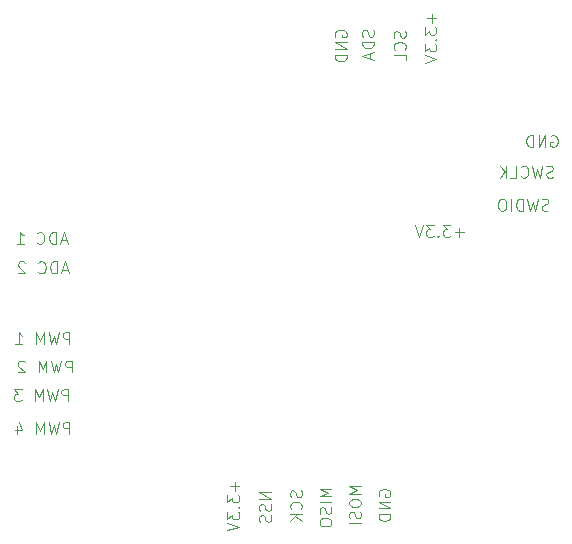
<source format=gbr>
%TF.GenerationSoftware,KiCad,Pcbnew,9.0.4-9.0.4-0~ubuntu22.04.1*%
%TF.CreationDate,2025-09-25T00:01:49-07:00*%
%TF.ProjectId,Tiny_Thinker,54696e79-5f54-4686-996e-6b65722e6b69,rev?*%
%TF.SameCoordinates,Original*%
%TF.FileFunction,Legend,Bot*%
%TF.FilePolarity,Positive*%
%FSLAX46Y46*%
G04 Gerber Fmt 4.6, Leading zero omitted, Abs format (unit mm)*
G04 Created by KiCad (PCBNEW 9.0.4-9.0.4-0~ubuntu22.04.1) date 2025-09-25 00:01:49*
%MOMM*%
%LPD*%
G01*
G04 APERTURE LIST*
%ADD10C,0.100000*%
G04 APERTURE END LIST*
D10*
X113020038Y-99627693D02*
X112972419Y-99532455D01*
X112972419Y-99532455D02*
X112972419Y-99389598D01*
X112972419Y-99389598D02*
X113020038Y-99246741D01*
X113020038Y-99246741D02*
X113115276Y-99151503D01*
X113115276Y-99151503D02*
X113210514Y-99103884D01*
X113210514Y-99103884D02*
X113400990Y-99056265D01*
X113400990Y-99056265D02*
X113543847Y-99056265D01*
X113543847Y-99056265D02*
X113734323Y-99103884D01*
X113734323Y-99103884D02*
X113829561Y-99151503D01*
X113829561Y-99151503D02*
X113924800Y-99246741D01*
X113924800Y-99246741D02*
X113972419Y-99389598D01*
X113972419Y-99389598D02*
X113972419Y-99484836D01*
X113972419Y-99484836D02*
X113924800Y-99627693D01*
X113924800Y-99627693D02*
X113877180Y-99675312D01*
X113877180Y-99675312D02*
X113543847Y-99675312D01*
X113543847Y-99675312D02*
X113543847Y-99484836D01*
X113972419Y-100103884D02*
X112972419Y-100103884D01*
X112972419Y-100103884D02*
X113972419Y-100675312D01*
X113972419Y-100675312D02*
X112972419Y-100675312D01*
X113972419Y-101151503D02*
X112972419Y-101151503D01*
X112972419Y-101151503D02*
X112972419Y-101389598D01*
X112972419Y-101389598D02*
X113020038Y-101532455D01*
X113020038Y-101532455D02*
X113115276Y-101627693D01*
X113115276Y-101627693D02*
X113210514Y-101675312D01*
X113210514Y-101675312D02*
X113400990Y-101722931D01*
X113400990Y-101722931D02*
X113543847Y-101722931D01*
X113543847Y-101722931D02*
X113734323Y-101675312D01*
X113734323Y-101675312D02*
X113829561Y-101627693D01*
X113829561Y-101627693D02*
X113924800Y-101532455D01*
X113924800Y-101532455D02*
X113972419Y-101389598D01*
X113972419Y-101389598D02*
X113972419Y-101151503D01*
X111472419Y-98803884D02*
X110472419Y-98803884D01*
X110472419Y-98803884D02*
X111186704Y-99137217D01*
X111186704Y-99137217D02*
X110472419Y-99470550D01*
X110472419Y-99470550D02*
X111472419Y-99470550D01*
X110472419Y-100137217D02*
X110472419Y-100327693D01*
X110472419Y-100327693D02*
X110520038Y-100422931D01*
X110520038Y-100422931D02*
X110615276Y-100518169D01*
X110615276Y-100518169D02*
X110805752Y-100565788D01*
X110805752Y-100565788D02*
X111139085Y-100565788D01*
X111139085Y-100565788D02*
X111329561Y-100518169D01*
X111329561Y-100518169D02*
X111424800Y-100422931D01*
X111424800Y-100422931D02*
X111472419Y-100327693D01*
X111472419Y-100327693D02*
X111472419Y-100137217D01*
X111472419Y-100137217D02*
X111424800Y-100041979D01*
X111424800Y-100041979D02*
X111329561Y-99946741D01*
X111329561Y-99946741D02*
X111139085Y-99899122D01*
X111139085Y-99899122D02*
X110805752Y-99899122D01*
X110805752Y-99899122D02*
X110615276Y-99946741D01*
X110615276Y-99946741D02*
X110520038Y-100041979D01*
X110520038Y-100041979D02*
X110472419Y-100137217D01*
X111424800Y-100946741D02*
X111472419Y-101089598D01*
X111472419Y-101089598D02*
X111472419Y-101327693D01*
X111472419Y-101327693D02*
X111424800Y-101422931D01*
X111424800Y-101422931D02*
X111377180Y-101470550D01*
X111377180Y-101470550D02*
X111281942Y-101518169D01*
X111281942Y-101518169D02*
X111186704Y-101518169D01*
X111186704Y-101518169D02*
X111091466Y-101470550D01*
X111091466Y-101470550D02*
X111043847Y-101422931D01*
X111043847Y-101422931D02*
X110996228Y-101327693D01*
X110996228Y-101327693D02*
X110948609Y-101137217D01*
X110948609Y-101137217D02*
X110900990Y-101041979D01*
X110900990Y-101041979D02*
X110853371Y-100994360D01*
X110853371Y-100994360D02*
X110758133Y-100946741D01*
X110758133Y-100946741D02*
X110662895Y-100946741D01*
X110662895Y-100946741D02*
X110567657Y-100994360D01*
X110567657Y-100994360D02*
X110520038Y-101041979D01*
X110520038Y-101041979D02*
X110472419Y-101137217D01*
X110472419Y-101137217D02*
X110472419Y-101375312D01*
X110472419Y-101375312D02*
X110520038Y-101518169D01*
X111472419Y-101946741D02*
X110472419Y-101946741D01*
X108972419Y-99003884D02*
X107972419Y-99003884D01*
X107972419Y-99003884D02*
X108686704Y-99337217D01*
X108686704Y-99337217D02*
X107972419Y-99670550D01*
X107972419Y-99670550D02*
X108972419Y-99670550D01*
X108972419Y-100146741D02*
X107972419Y-100146741D01*
X108924800Y-100575312D02*
X108972419Y-100718169D01*
X108972419Y-100718169D02*
X108972419Y-100956264D01*
X108972419Y-100956264D02*
X108924800Y-101051502D01*
X108924800Y-101051502D02*
X108877180Y-101099121D01*
X108877180Y-101099121D02*
X108781942Y-101146740D01*
X108781942Y-101146740D02*
X108686704Y-101146740D01*
X108686704Y-101146740D02*
X108591466Y-101099121D01*
X108591466Y-101099121D02*
X108543847Y-101051502D01*
X108543847Y-101051502D02*
X108496228Y-100956264D01*
X108496228Y-100956264D02*
X108448609Y-100765788D01*
X108448609Y-100765788D02*
X108400990Y-100670550D01*
X108400990Y-100670550D02*
X108353371Y-100622931D01*
X108353371Y-100622931D02*
X108258133Y-100575312D01*
X108258133Y-100575312D02*
X108162895Y-100575312D01*
X108162895Y-100575312D02*
X108067657Y-100622931D01*
X108067657Y-100622931D02*
X108020038Y-100670550D01*
X108020038Y-100670550D02*
X107972419Y-100765788D01*
X107972419Y-100765788D02*
X107972419Y-101003883D01*
X107972419Y-101003883D02*
X108020038Y-101146740D01*
X107972419Y-101765788D02*
X107972419Y-101956264D01*
X107972419Y-101956264D02*
X108020038Y-102051502D01*
X108020038Y-102051502D02*
X108115276Y-102146740D01*
X108115276Y-102146740D02*
X108305752Y-102194359D01*
X108305752Y-102194359D02*
X108639085Y-102194359D01*
X108639085Y-102194359D02*
X108829561Y-102146740D01*
X108829561Y-102146740D02*
X108924800Y-102051502D01*
X108924800Y-102051502D02*
X108972419Y-101956264D01*
X108972419Y-101956264D02*
X108972419Y-101765788D01*
X108972419Y-101765788D02*
X108924800Y-101670550D01*
X108924800Y-101670550D02*
X108829561Y-101575312D01*
X108829561Y-101575312D02*
X108639085Y-101527693D01*
X108639085Y-101527693D02*
X108305752Y-101527693D01*
X108305752Y-101527693D02*
X108115276Y-101575312D01*
X108115276Y-101575312D02*
X108020038Y-101670550D01*
X108020038Y-101670550D02*
X107972419Y-101765788D01*
X106424800Y-99156265D02*
X106472419Y-99299122D01*
X106472419Y-99299122D02*
X106472419Y-99537217D01*
X106472419Y-99537217D02*
X106424800Y-99632455D01*
X106424800Y-99632455D02*
X106377180Y-99680074D01*
X106377180Y-99680074D02*
X106281942Y-99727693D01*
X106281942Y-99727693D02*
X106186704Y-99727693D01*
X106186704Y-99727693D02*
X106091466Y-99680074D01*
X106091466Y-99680074D02*
X106043847Y-99632455D01*
X106043847Y-99632455D02*
X105996228Y-99537217D01*
X105996228Y-99537217D02*
X105948609Y-99346741D01*
X105948609Y-99346741D02*
X105900990Y-99251503D01*
X105900990Y-99251503D02*
X105853371Y-99203884D01*
X105853371Y-99203884D02*
X105758133Y-99156265D01*
X105758133Y-99156265D02*
X105662895Y-99156265D01*
X105662895Y-99156265D02*
X105567657Y-99203884D01*
X105567657Y-99203884D02*
X105520038Y-99251503D01*
X105520038Y-99251503D02*
X105472419Y-99346741D01*
X105472419Y-99346741D02*
X105472419Y-99584836D01*
X105472419Y-99584836D02*
X105520038Y-99727693D01*
X106377180Y-100727693D02*
X106424800Y-100680074D01*
X106424800Y-100680074D02*
X106472419Y-100537217D01*
X106472419Y-100537217D02*
X106472419Y-100441979D01*
X106472419Y-100441979D02*
X106424800Y-100299122D01*
X106424800Y-100299122D02*
X106329561Y-100203884D01*
X106329561Y-100203884D02*
X106234323Y-100156265D01*
X106234323Y-100156265D02*
X106043847Y-100108646D01*
X106043847Y-100108646D02*
X105900990Y-100108646D01*
X105900990Y-100108646D02*
X105710514Y-100156265D01*
X105710514Y-100156265D02*
X105615276Y-100203884D01*
X105615276Y-100203884D02*
X105520038Y-100299122D01*
X105520038Y-100299122D02*
X105472419Y-100441979D01*
X105472419Y-100441979D02*
X105472419Y-100537217D01*
X105472419Y-100537217D02*
X105520038Y-100680074D01*
X105520038Y-100680074D02*
X105567657Y-100727693D01*
X106472419Y-101156265D02*
X105472419Y-101156265D01*
X106472419Y-101727693D02*
X105900990Y-101299122D01*
X105472419Y-101727693D02*
X106043847Y-101156265D01*
X103872419Y-99303884D02*
X102872419Y-99303884D01*
X102872419Y-99303884D02*
X103872419Y-99875312D01*
X103872419Y-99875312D02*
X102872419Y-99875312D01*
X103824800Y-100303884D02*
X103872419Y-100446741D01*
X103872419Y-100446741D02*
X103872419Y-100684836D01*
X103872419Y-100684836D02*
X103824800Y-100780074D01*
X103824800Y-100780074D02*
X103777180Y-100827693D01*
X103777180Y-100827693D02*
X103681942Y-100875312D01*
X103681942Y-100875312D02*
X103586704Y-100875312D01*
X103586704Y-100875312D02*
X103491466Y-100827693D01*
X103491466Y-100827693D02*
X103443847Y-100780074D01*
X103443847Y-100780074D02*
X103396228Y-100684836D01*
X103396228Y-100684836D02*
X103348609Y-100494360D01*
X103348609Y-100494360D02*
X103300990Y-100399122D01*
X103300990Y-100399122D02*
X103253371Y-100351503D01*
X103253371Y-100351503D02*
X103158133Y-100303884D01*
X103158133Y-100303884D02*
X103062895Y-100303884D01*
X103062895Y-100303884D02*
X102967657Y-100351503D01*
X102967657Y-100351503D02*
X102920038Y-100399122D01*
X102920038Y-100399122D02*
X102872419Y-100494360D01*
X102872419Y-100494360D02*
X102872419Y-100732455D01*
X102872419Y-100732455D02*
X102920038Y-100875312D01*
X103824800Y-101256265D02*
X103872419Y-101399122D01*
X103872419Y-101399122D02*
X103872419Y-101637217D01*
X103872419Y-101637217D02*
X103824800Y-101732455D01*
X103824800Y-101732455D02*
X103777180Y-101780074D01*
X103777180Y-101780074D02*
X103681942Y-101827693D01*
X103681942Y-101827693D02*
X103586704Y-101827693D01*
X103586704Y-101827693D02*
X103491466Y-101780074D01*
X103491466Y-101780074D02*
X103443847Y-101732455D01*
X103443847Y-101732455D02*
X103396228Y-101637217D01*
X103396228Y-101637217D02*
X103348609Y-101446741D01*
X103348609Y-101446741D02*
X103300990Y-101351503D01*
X103300990Y-101351503D02*
X103253371Y-101303884D01*
X103253371Y-101303884D02*
X103158133Y-101256265D01*
X103158133Y-101256265D02*
X103062895Y-101256265D01*
X103062895Y-101256265D02*
X102967657Y-101303884D01*
X102967657Y-101303884D02*
X102920038Y-101351503D01*
X102920038Y-101351503D02*
X102872419Y-101446741D01*
X102872419Y-101446741D02*
X102872419Y-101684836D01*
X102872419Y-101684836D02*
X102920038Y-101827693D01*
X100791466Y-98403884D02*
X100791466Y-99165789D01*
X101172419Y-98784836D02*
X100410514Y-98784836D01*
X100172419Y-99546741D02*
X100172419Y-100165788D01*
X100172419Y-100165788D02*
X100553371Y-99832455D01*
X100553371Y-99832455D02*
X100553371Y-99975312D01*
X100553371Y-99975312D02*
X100600990Y-100070550D01*
X100600990Y-100070550D02*
X100648609Y-100118169D01*
X100648609Y-100118169D02*
X100743847Y-100165788D01*
X100743847Y-100165788D02*
X100981942Y-100165788D01*
X100981942Y-100165788D02*
X101077180Y-100118169D01*
X101077180Y-100118169D02*
X101124800Y-100070550D01*
X101124800Y-100070550D02*
X101172419Y-99975312D01*
X101172419Y-99975312D02*
X101172419Y-99689598D01*
X101172419Y-99689598D02*
X101124800Y-99594360D01*
X101124800Y-99594360D02*
X101077180Y-99546741D01*
X101077180Y-100594360D02*
X101124800Y-100641979D01*
X101124800Y-100641979D02*
X101172419Y-100594360D01*
X101172419Y-100594360D02*
X101124800Y-100546741D01*
X101124800Y-100546741D02*
X101077180Y-100594360D01*
X101077180Y-100594360D02*
X101172419Y-100594360D01*
X100172419Y-100975312D02*
X100172419Y-101594359D01*
X100172419Y-101594359D02*
X100553371Y-101261026D01*
X100553371Y-101261026D02*
X100553371Y-101403883D01*
X100553371Y-101403883D02*
X100600990Y-101499121D01*
X100600990Y-101499121D02*
X100648609Y-101546740D01*
X100648609Y-101546740D02*
X100743847Y-101594359D01*
X100743847Y-101594359D02*
X100981942Y-101594359D01*
X100981942Y-101594359D02*
X101077180Y-101546740D01*
X101077180Y-101546740D02*
X101124800Y-101499121D01*
X101124800Y-101499121D02*
X101172419Y-101403883D01*
X101172419Y-101403883D02*
X101172419Y-101118169D01*
X101172419Y-101118169D02*
X101124800Y-101022931D01*
X101124800Y-101022931D02*
X101077180Y-100975312D01*
X100172419Y-101880074D02*
X101172419Y-102213407D01*
X101172419Y-102213407D02*
X100172419Y-102546740D01*
X86796115Y-94372419D02*
X86796115Y-93372419D01*
X86796115Y-93372419D02*
X86415163Y-93372419D01*
X86415163Y-93372419D02*
X86319925Y-93420038D01*
X86319925Y-93420038D02*
X86272306Y-93467657D01*
X86272306Y-93467657D02*
X86224687Y-93562895D01*
X86224687Y-93562895D02*
X86224687Y-93705752D01*
X86224687Y-93705752D02*
X86272306Y-93800990D01*
X86272306Y-93800990D02*
X86319925Y-93848609D01*
X86319925Y-93848609D02*
X86415163Y-93896228D01*
X86415163Y-93896228D02*
X86796115Y-93896228D01*
X85891353Y-93372419D02*
X85653258Y-94372419D01*
X85653258Y-94372419D02*
X85462782Y-93658133D01*
X85462782Y-93658133D02*
X85272306Y-94372419D01*
X85272306Y-94372419D02*
X85034211Y-93372419D01*
X84653258Y-94372419D02*
X84653258Y-93372419D01*
X84653258Y-93372419D02*
X84319925Y-94086704D01*
X84319925Y-94086704D02*
X83986592Y-93372419D01*
X83986592Y-93372419D02*
X83986592Y-94372419D01*
X82319925Y-93705752D02*
X82319925Y-94372419D01*
X82558020Y-93324800D02*
X82796115Y-94039085D01*
X82796115Y-94039085D02*
X82177068Y-94039085D01*
X86696115Y-91572419D02*
X86696115Y-90572419D01*
X86696115Y-90572419D02*
X86315163Y-90572419D01*
X86315163Y-90572419D02*
X86219925Y-90620038D01*
X86219925Y-90620038D02*
X86172306Y-90667657D01*
X86172306Y-90667657D02*
X86124687Y-90762895D01*
X86124687Y-90762895D02*
X86124687Y-90905752D01*
X86124687Y-90905752D02*
X86172306Y-91000990D01*
X86172306Y-91000990D02*
X86219925Y-91048609D01*
X86219925Y-91048609D02*
X86315163Y-91096228D01*
X86315163Y-91096228D02*
X86696115Y-91096228D01*
X85791353Y-90572419D02*
X85553258Y-91572419D01*
X85553258Y-91572419D02*
X85362782Y-90858133D01*
X85362782Y-90858133D02*
X85172306Y-91572419D01*
X85172306Y-91572419D02*
X84934211Y-90572419D01*
X84553258Y-91572419D02*
X84553258Y-90572419D01*
X84553258Y-90572419D02*
X84219925Y-91286704D01*
X84219925Y-91286704D02*
X83886592Y-90572419D01*
X83886592Y-90572419D02*
X83886592Y-91572419D01*
X82743734Y-90572419D02*
X82124687Y-90572419D01*
X82124687Y-90572419D02*
X82458020Y-90953371D01*
X82458020Y-90953371D02*
X82315163Y-90953371D01*
X82315163Y-90953371D02*
X82219925Y-91000990D01*
X82219925Y-91000990D02*
X82172306Y-91048609D01*
X82172306Y-91048609D02*
X82124687Y-91143847D01*
X82124687Y-91143847D02*
X82124687Y-91381942D01*
X82124687Y-91381942D02*
X82172306Y-91477180D01*
X82172306Y-91477180D02*
X82219925Y-91524800D01*
X82219925Y-91524800D02*
X82315163Y-91572419D01*
X82315163Y-91572419D02*
X82600877Y-91572419D01*
X82600877Y-91572419D02*
X82696115Y-91524800D01*
X82696115Y-91524800D02*
X82743734Y-91477180D01*
X86996115Y-89172419D02*
X86996115Y-88172419D01*
X86996115Y-88172419D02*
X86615163Y-88172419D01*
X86615163Y-88172419D02*
X86519925Y-88220038D01*
X86519925Y-88220038D02*
X86472306Y-88267657D01*
X86472306Y-88267657D02*
X86424687Y-88362895D01*
X86424687Y-88362895D02*
X86424687Y-88505752D01*
X86424687Y-88505752D02*
X86472306Y-88600990D01*
X86472306Y-88600990D02*
X86519925Y-88648609D01*
X86519925Y-88648609D02*
X86615163Y-88696228D01*
X86615163Y-88696228D02*
X86996115Y-88696228D01*
X86091353Y-88172419D02*
X85853258Y-89172419D01*
X85853258Y-89172419D02*
X85662782Y-88458133D01*
X85662782Y-88458133D02*
X85472306Y-89172419D01*
X85472306Y-89172419D02*
X85234211Y-88172419D01*
X84853258Y-89172419D02*
X84853258Y-88172419D01*
X84853258Y-88172419D02*
X84519925Y-88886704D01*
X84519925Y-88886704D02*
X84186592Y-88172419D01*
X84186592Y-88172419D02*
X84186592Y-89172419D01*
X82996115Y-88267657D02*
X82948496Y-88220038D01*
X82948496Y-88220038D02*
X82853258Y-88172419D01*
X82853258Y-88172419D02*
X82615163Y-88172419D01*
X82615163Y-88172419D02*
X82519925Y-88220038D01*
X82519925Y-88220038D02*
X82472306Y-88267657D01*
X82472306Y-88267657D02*
X82424687Y-88362895D01*
X82424687Y-88362895D02*
X82424687Y-88458133D01*
X82424687Y-88458133D02*
X82472306Y-88600990D01*
X82472306Y-88600990D02*
X83043734Y-89172419D01*
X83043734Y-89172419D02*
X82424687Y-89172419D01*
X86796115Y-86772419D02*
X86796115Y-85772419D01*
X86796115Y-85772419D02*
X86415163Y-85772419D01*
X86415163Y-85772419D02*
X86319925Y-85820038D01*
X86319925Y-85820038D02*
X86272306Y-85867657D01*
X86272306Y-85867657D02*
X86224687Y-85962895D01*
X86224687Y-85962895D02*
X86224687Y-86105752D01*
X86224687Y-86105752D02*
X86272306Y-86200990D01*
X86272306Y-86200990D02*
X86319925Y-86248609D01*
X86319925Y-86248609D02*
X86415163Y-86296228D01*
X86415163Y-86296228D02*
X86796115Y-86296228D01*
X85891353Y-85772419D02*
X85653258Y-86772419D01*
X85653258Y-86772419D02*
X85462782Y-86058133D01*
X85462782Y-86058133D02*
X85272306Y-86772419D01*
X85272306Y-86772419D02*
X85034211Y-85772419D01*
X84653258Y-86772419D02*
X84653258Y-85772419D01*
X84653258Y-85772419D02*
X84319925Y-86486704D01*
X84319925Y-86486704D02*
X83986592Y-85772419D01*
X83986592Y-85772419D02*
X83986592Y-86772419D01*
X82224687Y-86772419D02*
X82796115Y-86772419D01*
X82510401Y-86772419D02*
X82510401Y-85772419D01*
X82510401Y-85772419D02*
X82605639Y-85915276D01*
X82605639Y-85915276D02*
X82700877Y-86010514D01*
X82700877Y-86010514D02*
X82796115Y-86058133D01*
X86643734Y-80486704D02*
X86167544Y-80486704D01*
X86738972Y-80772419D02*
X86405639Y-79772419D01*
X86405639Y-79772419D02*
X86072306Y-80772419D01*
X85738972Y-80772419D02*
X85738972Y-79772419D01*
X85738972Y-79772419D02*
X85500877Y-79772419D01*
X85500877Y-79772419D02*
X85358020Y-79820038D01*
X85358020Y-79820038D02*
X85262782Y-79915276D01*
X85262782Y-79915276D02*
X85215163Y-80010514D01*
X85215163Y-80010514D02*
X85167544Y-80200990D01*
X85167544Y-80200990D02*
X85167544Y-80343847D01*
X85167544Y-80343847D02*
X85215163Y-80534323D01*
X85215163Y-80534323D02*
X85262782Y-80629561D01*
X85262782Y-80629561D02*
X85358020Y-80724800D01*
X85358020Y-80724800D02*
X85500877Y-80772419D01*
X85500877Y-80772419D02*
X85738972Y-80772419D01*
X84167544Y-80677180D02*
X84215163Y-80724800D01*
X84215163Y-80724800D02*
X84358020Y-80772419D01*
X84358020Y-80772419D02*
X84453258Y-80772419D01*
X84453258Y-80772419D02*
X84596115Y-80724800D01*
X84596115Y-80724800D02*
X84691353Y-80629561D01*
X84691353Y-80629561D02*
X84738972Y-80534323D01*
X84738972Y-80534323D02*
X84786591Y-80343847D01*
X84786591Y-80343847D02*
X84786591Y-80200990D01*
X84786591Y-80200990D02*
X84738972Y-80010514D01*
X84738972Y-80010514D02*
X84691353Y-79915276D01*
X84691353Y-79915276D02*
X84596115Y-79820038D01*
X84596115Y-79820038D02*
X84453258Y-79772419D01*
X84453258Y-79772419D02*
X84358020Y-79772419D01*
X84358020Y-79772419D02*
X84215163Y-79820038D01*
X84215163Y-79820038D02*
X84167544Y-79867657D01*
X83024686Y-79867657D02*
X82977067Y-79820038D01*
X82977067Y-79820038D02*
X82881829Y-79772419D01*
X82881829Y-79772419D02*
X82643734Y-79772419D01*
X82643734Y-79772419D02*
X82548496Y-79820038D01*
X82548496Y-79820038D02*
X82500877Y-79867657D01*
X82500877Y-79867657D02*
X82453258Y-79962895D01*
X82453258Y-79962895D02*
X82453258Y-80058133D01*
X82453258Y-80058133D02*
X82500877Y-80200990D01*
X82500877Y-80200990D02*
X83072305Y-80772419D01*
X83072305Y-80772419D02*
X82453258Y-80772419D01*
X86543734Y-77986704D02*
X86067544Y-77986704D01*
X86638972Y-78272419D02*
X86305639Y-77272419D01*
X86305639Y-77272419D02*
X85972306Y-78272419D01*
X85638972Y-78272419D02*
X85638972Y-77272419D01*
X85638972Y-77272419D02*
X85400877Y-77272419D01*
X85400877Y-77272419D02*
X85258020Y-77320038D01*
X85258020Y-77320038D02*
X85162782Y-77415276D01*
X85162782Y-77415276D02*
X85115163Y-77510514D01*
X85115163Y-77510514D02*
X85067544Y-77700990D01*
X85067544Y-77700990D02*
X85067544Y-77843847D01*
X85067544Y-77843847D02*
X85115163Y-78034323D01*
X85115163Y-78034323D02*
X85162782Y-78129561D01*
X85162782Y-78129561D02*
X85258020Y-78224800D01*
X85258020Y-78224800D02*
X85400877Y-78272419D01*
X85400877Y-78272419D02*
X85638972Y-78272419D01*
X84067544Y-78177180D02*
X84115163Y-78224800D01*
X84115163Y-78224800D02*
X84258020Y-78272419D01*
X84258020Y-78272419D02*
X84353258Y-78272419D01*
X84353258Y-78272419D02*
X84496115Y-78224800D01*
X84496115Y-78224800D02*
X84591353Y-78129561D01*
X84591353Y-78129561D02*
X84638972Y-78034323D01*
X84638972Y-78034323D02*
X84686591Y-77843847D01*
X84686591Y-77843847D02*
X84686591Y-77700990D01*
X84686591Y-77700990D02*
X84638972Y-77510514D01*
X84638972Y-77510514D02*
X84591353Y-77415276D01*
X84591353Y-77415276D02*
X84496115Y-77320038D01*
X84496115Y-77320038D02*
X84353258Y-77272419D01*
X84353258Y-77272419D02*
X84258020Y-77272419D01*
X84258020Y-77272419D02*
X84115163Y-77320038D01*
X84115163Y-77320038D02*
X84067544Y-77367657D01*
X82353258Y-78272419D02*
X82924686Y-78272419D01*
X82638972Y-78272419D02*
X82638972Y-77272419D01*
X82638972Y-77272419D02*
X82734210Y-77415276D01*
X82734210Y-77415276D02*
X82829448Y-77510514D01*
X82829448Y-77510514D02*
X82924686Y-77558133D01*
X109320038Y-60727693D02*
X109272419Y-60632455D01*
X109272419Y-60632455D02*
X109272419Y-60489598D01*
X109272419Y-60489598D02*
X109320038Y-60346741D01*
X109320038Y-60346741D02*
X109415276Y-60251503D01*
X109415276Y-60251503D02*
X109510514Y-60203884D01*
X109510514Y-60203884D02*
X109700990Y-60156265D01*
X109700990Y-60156265D02*
X109843847Y-60156265D01*
X109843847Y-60156265D02*
X110034323Y-60203884D01*
X110034323Y-60203884D02*
X110129561Y-60251503D01*
X110129561Y-60251503D02*
X110224800Y-60346741D01*
X110224800Y-60346741D02*
X110272419Y-60489598D01*
X110272419Y-60489598D02*
X110272419Y-60584836D01*
X110272419Y-60584836D02*
X110224800Y-60727693D01*
X110224800Y-60727693D02*
X110177180Y-60775312D01*
X110177180Y-60775312D02*
X109843847Y-60775312D01*
X109843847Y-60775312D02*
X109843847Y-60584836D01*
X110272419Y-61203884D02*
X109272419Y-61203884D01*
X109272419Y-61203884D02*
X110272419Y-61775312D01*
X110272419Y-61775312D02*
X109272419Y-61775312D01*
X110272419Y-62251503D02*
X109272419Y-62251503D01*
X109272419Y-62251503D02*
X109272419Y-62489598D01*
X109272419Y-62489598D02*
X109320038Y-62632455D01*
X109320038Y-62632455D02*
X109415276Y-62727693D01*
X109415276Y-62727693D02*
X109510514Y-62775312D01*
X109510514Y-62775312D02*
X109700990Y-62822931D01*
X109700990Y-62822931D02*
X109843847Y-62822931D01*
X109843847Y-62822931D02*
X110034323Y-62775312D01*
X110034323Y-62775312D02*
X110129561Y-62727693D01*
X110129561Y-62727693D02*
X110224800Y-62632455D01*
X110224800Y-62632455D02*
X110272419Y-62489598D01*
X110272419Y-62489598D02*
X110272419Y-62251503D01*
X112524800Y-60156265D02*
X112572419Y-60299122D01*
X112572419Y-60299122D02*
X112572419Y-60537217D01*
X112572419Y-60537217D02*
X112524800Y-60632455D01*
X112524800Y-60632455D02*
X112477180Y-60680074D01*
X112477180Y-60680074D02*
X112381942Y-60727693D01*
X112381942Y-60727693D02*
X112286704Y-60727693D01*
X112286704Y-60727693D02*
X112191466Y-60680074D01*
X112191466Y-60680074D02*
X112143847Y-60632455D01*
X112143847Y-60632455D02*
X112096228Y-60537217D01*
X112096228Y-60537217D02*
X112048609Y-60346741D01*
X112048609Y-60346741D02*
X112000990Y-60251503D01*
X112000990Y-60251503D02*
X111953371Y-60203884D01*
X111953371Y-60203884D02*
X111858133Y-60156265D01*
X111858133Y-60156265D02*
X111762895Y-60156265D01*
X111762895Y-60156265D02*
X111667657Y-60203884D01*
X111667657Y-60203884D02*
X111620038Y-60251503D01*
X111620038Y-60251503D02*
X111572419Y-60346741D01*
X111572419Y-60346741D02*
X111572419Y-60584836D01*
X111572419Y-60584836D02*
X111620038Y-60727693D01*
X112572419Y-61156265D02*
X111572419Y-61156265D01*
X111572419Y-61156265D02*
X111572419Y-61394360D01*
X111572419Y-61394360D02*
X111620038Y-61537217D01*
X111620038Y-61537217D02*
X111715276Y-61632455D01*
X111715276Y-61632455D02*
X111810514Y-61680074D01*
X111810514Y-61680074D02*
X112000990Y-61727693D01*
X112000990Y-61727693D02*
X112143847Y-61727693D01*
X112143847Y-61727693D02*
X112334323Y-61680074D01*
X112334323Y-61680074D02*
X112429561Y-61632455D01*
X112429561Y-61632455D02*
X112524800Y-61537217D01*
X112524800Y-61537217D02*
X112572419Y-61394360D01*
X112572419Y-61394360D02*
X112572419Y-61156265D01*
X112286704Y-62108646D02*
X112286704Y-62584836D01*
X112572419Y-62013408D02*
X111572419Y-62346741D01*
X111572419Y-62346741D02*
X112572419Y-62680074D01*
X115224800Y-60256265D02*
X115272419Y-60399122D01*
X115272419Y-60399122D02*
X115272419Y-60637217D01*
X115272419Y-60637217D02*
X115224800Y-60732455D01*
X115224800Y-60732455D02*
X115177180Y-60780074D01*
X115177180Y-60780074D02*
X115081942Y-60827693D01*
X115081942Y-60827693D02*
X114986704Y-60827693D01*
X114986704Y-60827693D02*
X114891466Y-60780074D01*
X114891466Y-60780074D02*
X114843847Y-60732455D01*
X114843847Y-60732455D02*
X114796228Y-60637217D01*
X114796228Y-60637217D02*
X114748609Y-60446741D01*
X114748609Y-60446741D02*
X114700990Y-60351503D01*
X114700990Y-60351503D02*
X114653371Y-60303884D01*
X114653371Y-60303884D02*
X114558133Y-60256265D01*
X114558133Y-60256265D02*
X114462895Y-60256265D01*
X114462895Y-60256265D02*
X114367657Y-60303884D01*
X114367657Y-60303884D02*
X114320038Y-60351503D01*
X114320038Y-60351503D02*
X114272419Y-60446741D01*
X114272419Y-60446741D02*
X114272419Y-60684836D01*
X114272419Y-60684836D02*
X114320038Y-60827693D01*
X115177180Y-61827693D02*
X115224800Y-61780074D01*
X115224800Y-61780074D02*
X115272419Y-61637217D01*
X115272419Y-61637217D02*
X115272419Y-61541979D01*
X115272419Y-61541979D02*
X115224800Y-61399122D01*
X115224800Y-61399122D02*
X115129561Y-61303884D01*
X115129561Y-61303884D02*
X115034323Y-61256265D01*
X115034323Y-61256265D02*
X114843847Y-61208646D01*
X114843847Y-61208646D02*
X114700990Y-61208646D01*
X114700990Y-61208646D02*
X114510514Y-61256265D01*
X114510514Y-61256265D02*
X114415276Y-61303884D01*
X114415276Y-61303884D02*
X114320038Y-61399122D01*
X114320038Y-61399122D02*
X114272419Y-61541979D01*
X114272419Y-61541979D02*
X114272419Y-61637217D01*
X114272419Y-61637217D02*
X114320038Y-61780074D01*
X114320038Y-61780074D02*
X114367657Y-61827693D01*
X115272419Y-62732455D02*
X115272419Y-62256265D01*
X115272419Y-62256265D02*
X114272419Y-62256265D01*
X117491466Y-58803884D02*
X117491466Y-59565789D01*
X117872419Y-59184836D02*
X117110514Y-59184836D01*
X116872419Y-59946741D02*
X116872419Y-60565788D01*
X116872419Y-60565788D02*
X117253371Y-60232455D01*
X117253371Y-60232455D02*
X117253371Y-60375312D01*
X117253371Y-60375312D02*
X117300990Y-60470550D01*
X117300990Y-60470550D02*
X117348609Y-60518169D01*
X117348609Y-60518169D02*
X117443847Y-60565788D01*
X117443847Y-60565788D02*
X117681942Y-60565788D01*
X117681942Y-60565788D02*
X117777180Y-60518169D01*
X117777180Y-60518169D02*
X117824800Y-60470550D01*
X117824800Y-60470550D02*
X117872419Y-60375312D01*
X117872419Y-60375312D02*
X117872419Y-60089598D01*
X117872419Y-60089598D02*
X117824800Y-59994360D01*
X117824800Y-59994360D02*
X117777180Y-59946741D01*
X117777180Y-60994360D02*
X117824800Y-61041979D01*
X117824800Y-61041979D02*
X117872419Y-60994360D01*
X117872419Y-60994360D02*
X117824800Y-60946741D01*
X117824800Y-60946741D02*
X117777180Y-60994360D01*
X117777180Y-60994360D02*
X117872419Y-60994360D01*
X116872419Y-61375312D02*
X116872419Y-61994359D01*
X116872419Y-61994359D02*
X117253371Y-61661026D01*
X117253371Y-61661026D02*
X117253371Y-61803883D01*
X117253371Y-61803883D02*
X117300990Y-61899121D01*
X117300990Y-61899121D02*
X117348609Y-61946740D01*
X117348609Y-61946740D02*
X117443847Y-61994359D01*
X117443847Y-61994359D02*
X117681942Y-61994359D01*
X117681942Y-61994359D02*
X117777180Y-61946740D01*
X117777180Y-61946740D02*
X117824800Y-61899121D01*
X117824800Y-61899121D02*
X117872419Y-61803883D01*
X117872419Y-61803883D02*
X117872419Y-61518169D01*
X117872419Y-61518169D02*
X117824800Y-61422931D01*
X117824800Y-61422931D02*
X117777180Y-61375312D01*
X116872419Y-62280074D02*
X117872419Y-62613407D01*
X117872419Y-62613407D02*
X116872419Y-62946740D01*
X120196115Y-77291466D02*
X119434211Y-77291466D01*
X119815163Y-77672419D02*
X119815163Y-76910514D01*
X119053258Y-76672419D02*
X118434211Y-76672419D01*
X118434211Y-76672419D02*
X118767544Y-77053371D01*
X118767544Y-77053371D02*
X118624687Y-77053371D01*
X118624687Y-77053371D02*
X118529449Y-77100990D01*
X118529449Y-77100990D02*
X118481830Y-77148609D01*
X118481830Y-77148609D02*
X118434211Y-77243847D01*
X118434211Y-77243847D02*
X118434211Y-77481942D01*
X118434211Y-77481942D02*
X118481830Y-77577180D01*
X118481830Y-77577180D02*
X118529449Y-77624800D01*
X118529449Y-77624800D02*
X118624687Y-77672419D01*
X118624687Y-77672419D02*
X118910401Y-77672419D01*
X118910401Y-77672419D02*
X119005639Y-77624800D01*
X119005639Y-77624800D02*
X119053258Y-77577180D01*
X118005639Y-77577180D02*
X117958020Y-77624800D01*
X117958020Y-77624800D02*
X118005639Y-77672419D01*
X118005639Y-77672419D02*
X118053258Y-77624800D01*
X118053258Y-77624800D02*
X118005639Y-77577180D01*
X118005639Y-77577180D02*
X118005639Y-77672419D01*
X117624687Y-76672419D02*
X117005640Y-76672419D01*
X117005640Y-76672419D02*
X117338973Y-77053371D01*
X117338973Y-77053371D02*
X117196116Y-77053371D01*
X117196116Y-77053371D02*
X117100878Y-77100990D01*
X117100878Y-77100990D02*
X117053259Y-77148609D01*
X117053259Y-77148609D02*
X117005640Y-77243847D01*
X117005640Y-77243847D02*
X117005640Y-77481942D01*
X117005640Y-77481942D02*
X117053259Y-77577180D01*
X117053259Y-77577180D02*
X117100878Y-77624800D01*
X117100878Y-77624800D02*
X117196116Y-77672419D01*
X117196116Y-77672419D02*
X117481830Y-77672419D01*
X117481830Y-77672419D02*
X117577068Y-77624800D01*
X117577068Y-77624800D02*
X117624687Y-77577180D01*
X116719925Y-76672419D02*
X116386592Y-77672419D01*
X116386592Y-77672419D02*
X116053259Y-76672419D01*
X127343734Y-75424800D02*
X127200877Y-75472419D01*
X127200877Y-75472419D02*
X126962782Y-75472419D01*
X126962782Y-75472419D02*
X126867544Y-75424800D01*
X126867544Y-75424800D02*
X126819925Y-75377180D01*
X126819925Y-75377180D02*
X126772306Y-75281942D01*
X126772306Y-75281942D02*
X126772306Y-75186704D01*
X126772306Y-75186704D02*
X126819925Y-75091466D01*
X126819925Y-75091466D02*
X126867544Y-75043847D01*
X126867544Y-75043847D02*
X126962782Y-74996228D01*
X126962782Y-74996228D02*
X127153258Y-74948609D01*
X127153258Y-74948609D02*
X127248496Y-74900990D01*
X127248496Y-74900990D02*
X127296115Y-74853371D01*
X127296115Y-74853371D02*
X127343734Y-74758133D01*
X127343734Y-74758133D02*
X127343734Y-74662895D01*
X127343734Y-74662895D02*
X127296115Y-74567657D01*
X127296115Y-74567657D02*
X127248496Y-74520038D01*
X127248496Y-74520038D02*
X127153258Y-74472419D01*
X127153258Y-74472419D02*
X126915163Y-74472419D01*
X126915163Y-74472419D02*
X126772306Y-74520038D01*
X126438972Y-74472419D02*
X126200877Y-75472419D01*
X126200877Y-75472419D02*
X126010401Y-74758133D01*
X126010401Y-74758133D02*
X125819925Y-75472419D01*
X125819925Y-75472419D02*
X125581830Y-74472419D01*
X125200877Y-75472419D02*
X125200877Y-74472419D01*
X125200877Y-74472419D02*
X124962782Y-74472419D01*
X124962782Y-74472419D02*
X124819925Y-74520038D01*
X124819925Y-74520038D02*
X124724687Y-74615276D01*
X124724687Y-74615276D02*
X124677068Y-74710514D01*
X124677068Y-74710514D02*
X124629449Y-74900990D01*
X124629449Y-74900990D02*
X124629449Y-75043847D01*
X124629449Y-75043847D02*
X124677068Y-75234323D01*
X124677068Y-75234323D02*
X124724687Y-75329561D01*
X124724687Y-75329561D02*
X124819925Y-75424800D01*
X124819925Y-75424800D02*
X124962782Y-75472419D01*
X124962782Y-75472419D02*
X125200877Y-75472419D01*
X124200877Y-75472419D02*
X124200877Y-74472419D01*
X123534211Y-74472419D02*
X123343735Y-74472419D01*
X123343735Y-74472419D02*
X123248497Y-74520038D01*
X123248497Y-74520038D02*
X123153259Y-74615276D01*
X123153259Y-74615276D02*
X123105640Y-74805752D01*
X123105640Y-74805752D02*
X123105640Y-75139085D01*
X123105640Y-75139085D02*
X123153259Y-75329561D01*
X123153259Y-75329561D02*
X123248497Y-75424800D01*
X123248497Y-75424800D02*
X123343735Y-75472419D01*
X123343735Y-75472419D02*
X123534211Y-75472419D01*
X123534211Y-75472419D02*
X123629449Y-75424800D01*
X123629449Y-75424800D02*
X123724687Y-75329561D01*
X123724687Y-75329561D02*
X123772306Y-75139085D01*
X123772306Y-75139085D02*
X123772306Y-74805752D01*
X123772306Y-74805752D02*
X123724687Y-74615276D01*
X123724687Y-74615276D02*
X123629449Y-74520038D01*
X123629449Y-74520038D02*
X123534211Y-74472419D01*
X127743734Y-72624800D02*
X127600877Y-72672419D01*
X127600877Y-72672419D02*
X127362782Y-72672419D01*
X127362782Y-72672419D02*
X127267544Y-72624800D01*
X127267544Y-72624800D02*
X127219925Y-72577180D01*
X127219925Y-72577180D02*
X127172306Y-72481942D01*
X127172306Y-72481942D02*
X127172306Y-72386704D01*
X127172306Y-72386704D02*
X127219925Y-72291466D01*
X127219925Y-72291466D02*
X127267544Y-72243847D01*
X127267544Y-72243847D02*
X127362782Y-72196228D01*
X127362782Y-72196228D02*
X127553258Y-72148609D01*
X127553258Y-72148609D02*
X127648496Y-72100990D01*
X127648496Y-72100990D02*
X127696115Y-72053371D01*
X127696115Y-72053371D02*
X127743734Y-71958133D01*
X127743734Y-71958133D02*
X127743734Y-71862895D01*
X127743734Y-71862895D02*
X127696115Y-71767657D01*
X127696115Y-71767657D02*
X127648496Y-71720038D01*
X127648496Y-71720038D02*
X127553258Y-71672419D01*
X127553258Y-71672419D02*
X127315163Y-71672419D01*
X127315163Y-71672419D02*
X127172306Y-71720038D01*
X126838972Y-71672419D02*
X126600877Y-72672419D01*
X126600877Y-72672419D02*
X126410401Y-71958133D01*
X126410401Y-71958133D02*
X126219925Y-72672419D01*
X126219925Y-72672419D02*
X125981830Y-71672419D01*
X125029449Y-72577180D02*
X125077068Y-72624800D01*
X125077068Y-72624800D02*
X125219925Y-72672419D01*
X125219925Y-72672419D02*
X125315163Y-72672419D01*
X125315163Y-72672419D02*
X125458020Y-72624800D01*
X125458020Y-72624800D02*
X125553258Y-72529561D01*
X125553258Y-72529561D02*
X125600877Y-72434323D01*
X125600877Y-72434323D02*
X125648496Y-72243847D01*
X125648496Y-72243847D02*
X125648496Y-72100990D01*
X125648496Y-72100990D02*
X125600877Y-71910514D01*
X125600877Y-71910514D02*
X125553258Y-71815276D01*
X125553258Y-71815276D02*
X125458020Y-71720038D01*
X125458020Y-71720038D02*
X125315163Y-71672419D01*
X125315163Y-71672419D02*
X125219925Y-71672419D01*
X125219925Y-71672419D02*
X125077068Y-71720038D01*
X125077068Y-71720038D02*
X125029449Y-71767657D01*
X124124687Y-72672419D02*
X124600877Y-72672419D01*
X124600877Y-72672419D02*
X124600877Y-71672419D01*
X123791353Y-72672419D02*
X123791353Y-71672419D01*
X123219925Y-72672419D02*
X123648496Y-72100990D01*
X123219925Y-71672419D02*
X123791353Y-72243847D01*
X127572306Y-69120038D02*
X127667544Y-69072419D01*
X127667544Y-69072419D02*
X127810401Y-69072419D01*
X127810401Y-69072419D02*
X127953258Y-69120038D01*
X127953258Y-69120038D02*
X128048496Y-69215276D01*
X128048496Y-69215276D02*
X128096115Y-69310514D01*
X128096115Y-69310514D02*
X128143734Y-69500990D01*
X128143734Y-69500990D02*
X128143734Y-69643847D01*
X128143734Y-69643847D02*
X128096115Y-69834323D01*
X128096115Y-69834323D02*
X128048496Y-69929561D01*
X128048496Y-69929561D02*
X127953258Y-70024800D01*
X127953258Y-70024800D02*
X127810401Y-70072419D01*
X127810401Y-70072419D02*
X127715163Y-70072419D01*
X127715163Y-70072419D02*
X127572306Y-70024800D01*
X127572306Y-70024800D02*
X127524687Y-69977180D01*
X127524687Y-69977180D02*
X127524687Y-69643847D01*
X127524687Y-69643847D02*
X127715163Y-69643847D01*
X127096115Y-70072419D02*
X127096115Y-69072419D01*
X127096115Y-69072419D02*
X126524687Y-70072419D01*
X126524687Y-70072419D02*
X126524687Y-69072419D01*
X126048496Y-70072419D02*
X126048496Y-69072419D01*
X126048496Y-69072419D02*
X125810401Y-69072419D01*
X125810401Y-69072419D02*
X125667544Y-69120038D01*
X125667544Y-69120038D02*
X125572306Y-69215276D01*
X125572306Y-69215276D02*
X125524687Y-69310514D01*
X125524687Y-69310514D02*
X125477068Y-69500990D01*
X125477068Y-69500990D02*
X125477068Y-69643847D01*
X125477068Y-69643847D02*
X125524687Y-69834323D01*
X125524687Y-69834323D02*
X125572306Y-69929561D01*
X125572306Y-69929561D02*
X125667544Y-70024800D01*
X125667544Y-70024800D02*
X125810401Y-70072419D01*
X125810401Y-70072419D02*
X126048496Y-70072419D01*
M02*

</source>
